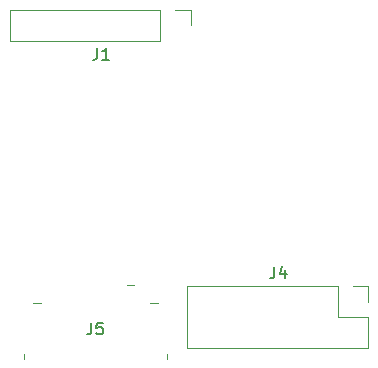
<source format=gto>
G04 #@! TF.GenerationSoftware,KiCad,Pcbnew,(6.0.4)*
G04 #@! TF.CreationDate,2022-03-24T17:43:08+01:00*
G04 #@! TF.ProjectId,MT32pi-MiSTer,4d543332-7069-42d4-9d69-535465722e6b,rev?*
G04 #@! TF.SameCoordinates,Original*
G04 #@! TF.FileFunction,Legend,Top*
G04 #@! TF.FilePolarity,Positive*
%FSLAX46Y46*%
G04 Gerber Fmt 4.6, Leading zero omitted, Abs format (unit mm)*
G04 Created by KiCad (PCBNEW (6.0.4)) date 2022-03-24 17:43:08*
%MOMM*%
%LPD*%
G01*
G04 APERTURE LIST*
%ADD10C,0.150000*%
%ADD11C,0.120000*%
G04 APERTURE END LIST*
D10*
X154416666Y-109452380D02*
X154416666Y-110166666D01*
X154369047Y-110309523D01*
X154273809Y-110404761D01*
X154130952Y-110452380D01*
X154035714Y-110452380D01*
X155369047Y-109452380D02*
X154892857Y-109452380D01*
X154845238Y-109928571D01*
X154892857Y-109880952D01*
X154988095Y-109833333D01*
X155226190Y-109833333D01*
X155321428Y-109880952D01*
X155369047Y-109928571D01*
X155416666Y-110023809D01*
X155416666Y-110261904D01*
X155369047Y-110357142D01*
X155321428Y-110404761D01*
X155226190Y-110452380D01*
X154988095Y-110452380D01*
X154892857Y-110404761D01*
X154845238Y-110357142D01*
X169916666Y-104702380D02*
X169916666Y-105416666D01*
X169869047Y-105559523D01*
X169773809Y-105654761D01*
X169630952Y-105702380D01*
X169535714Y-105702380D01*
X170821428Y-105035714D02*
X170821428Y-105702380D01*
X170583333Y-104654761D02*
X170345238Y-105369047D01*
X170964285Y-105369047D01*
X154916666Y-86202380D02*
X154916666Y-86916666D01*
X154869047Y-87059523D01*
X154773809Y-87154761D01*
X154630952Y-87202380D01*
X154535714Y-87202380D01*
X155916666Y-87202380D02*
X155345238Y-87202380D01*
X155630952Y-87202380D02*
X155630952Y-86202380D01*
X155535714Y-86345238D01*
X155440476Y-86440476D01*
X155345238Y-86488095D01*
D11*
X159360000Y-107750000D02*
X160040000Y-107750000D01*
X160810000Y-112490000D02*
X160810000Y-112090000D01*
X150140000Y-107750000D02*
X149460000Y-107750000D01*
X148690000Y-112490000D02*
X148690000Y-112090000D01*
X157450000Y-106240000D02*
X158050000Y-106240000D01*
X177860000Y-108966000D02*
X177860000Y-111566000D01*
X177860000Y-111566000D02*
X162500000Y-111566000D01*
X176530000Y-106366000D02*
X177860000Y-106366000D01*
X175260000Y-106366000D02*
X175260000Y-108966000D01*
X177860000Y-106366000D02*
X177860000Y-107696000D01*
X175260000Y-106366000D02*
X162500000Y-106366000D01*
X162500000Y-106366000D02*
X162500000Y-111566000D01*
X175260000Y-108966000D02*
X177860000Y-108966000D01*
X160260000Y-85610000D02*
X147500000Y-85610000D01*
X161530000Y-82950000D02*
X162860000Y-82950000D01*
X162860000Y-82950000D02*
X162860000Y-84280000D01*
X147500000Y-82950000D02*
X147500000Y-85610000D01*
X160260000Y-82950000D02*
X160260000Y-85610000D01*
X160260000Y-82950000D02*
X147500000Y-82950000D01*
M02*

</source>
